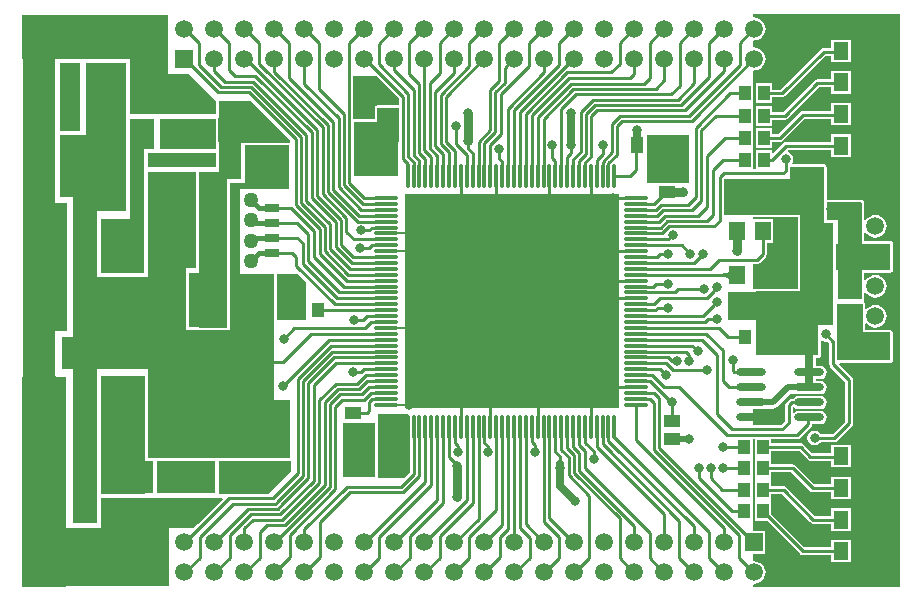
<source format=gtl>
G04*
G04 #@! TF.GenerationSoftware,Altium Limited,Altium Designer,20.0.13 (296)*
G04*
G04 Layer_Physical_Order=1*
G04 Layer_Color=255*
%FSLAX25Y25*%
%MOIN*%
G70*
G01*
G75*
%ADD12C,0.00787*%
%ADD13C,0.01000*%
%ADD15O,0.09843X0.02756*%
%ADD16R,0.05118X0.05906*%
%ADD17R,0.03937X0.05118*%
%ADD18R,0.05512X0.06299*%
%ADD19R,0.05000X0.03000*%
%ADD20R,0.03937X0.10630*%
%ADD21R,0.12992X0.10630*%
%ADD22R,0.04724X0.05512*%
%ADD23R,0.05512X0.04331*%
%ADD24R,0.04331X0.05512*%
%ADD25R,0.05118X0.03937*%
%ADD26O,0.01181X0.08268*%
%ADD27O,0.08268X0.01181*%
%ADD28R,0.16929X0.16929*%
%ADD48C,0.02000*%
%ADD49C,0.02500*%
%ADD50C,0.03000*%
%ADD51C,0.06000*%
%ADD52C,0.04000*%
%ADD53C,0.01500*%
%ADD54R,0.17700X0.09500*%
%ADD55R,0.08500X0.19000*%
%ADD56R,0.18200X0.09000*%
%ADD57R,0.08300X0.32300*%
%ADD58R,0.11800X0.05900*%
%ADD59R,0.11000X0.34200*%
%ADD60R,0.12600X0.95600*%
%ADD61R,0.14700X0.08470*%
%ADD62R,0.32410X0.09740*%
%ADD63R,0.13900X0.15900*%
%ADD64R,0.11100X0.18195*%
%ADD65R,0.33400X0.12100*%
%ADD66R,0.11300X0.16100*%
%ADD67R,0.06400X0.15400*%
%ADD68R,0.14522X0.70114*%
%ADD69R,0.11122X1.90748*%
%ADD70R,0.49122X0.19714*%
%ADD71R,0.07100X0.22500*%
%ADD72R,0.49022X0.14734*%
%ADD73R,0.15122X0.43100*%
%ADD74R,0.13700X0.49600*%
%ADD75R,0.15500X0.20900*%
%ADD76R,0.14300X0.18400*%
%ADD77R,0.04700X0.51800*%
%ADD78R,0.08100X0.10400*%
%ADD79R,0.16100X0.32300*%
%ADD80R,0.08100X0.57500*%
%ADD81R,0.08200X0.62100*%
%ADD82R,0.22700X0.29714*%
%ADD83R,0.14600X0.39200*%
%ADD84R,0.17400X0.11100*%
%ADD85R,0.37100X0.30700*%
%ADD86R,0.18900X0.10400*%
%ADD87R,0.15200X0.08200*%
%ADD88R,0.07800X0.25000*%
%ADD89R,0.22700X0.05100*%
%ADD90R,0.19500X0.11100*%
%ADD91R,0.12700X0.53000*%
%ADD92R,0.38700X0.42600*%
%ADD93R,0.14900X0.61500*%
%ADD94R,0.12600X0.18300*%
%ADD95R,0.09200X0.52100*%
%ADD96R,0.07700X0.09100*%
%ADD97R,0.03700X0.48200*%
%ADD98R,0.14900X0.14700*%
%ADD99R,0.10100X0.02100*%
%ADD100R,0.13100X0.33134*%
%ADD101R,0.08100X0.19600*%
%ADD102R,0.07900X0.52800*%
%ADD103R,0.20800X0.21240*%
%ADD104R,0.07087X0.07776*%
%ADD105R,0.13489X0.03051*%
%ADD106R,0.15158X0.18209*%
%ADD107R,0.07185X0.11221*%
%ADD108R,0.71653X0.71457*%
%ADD109C,0.05906*%
%ADD110R,0.05906X0.05906*%
%ADD111R,0.05906X0.05906*%
%ADD112C,0.03200*%
%ADD113C,0.05000*%
G36*
X293987Y1476D02*
X245079D01*
Y2128D01*
X245455Y2458D01*
X245472Y2455D01*
X246449Y2584D01*
X247359Y2960D01*
X248140Y3560D01*
X248739Y4341D01*
X249116Y5251D01*
X249245Y6228D01*
X249116Y7204D01*
X248739Y8114D01*
X248140Y8895D01*
X247359Y9495D01*
X246449Y9871D01*
X245472Y10000D01*
X245455Y9998D01*
X245079Y10327D01*
Y12487D01*
X249213D01*
Y19968D01*
X245079D01*
Y50656D01*
X245694D01*
Y44770D01*
X245694Y44744D01*
Y44270D01*
X245694Y44244D01*
Y37604D01*
X245694Y37577D01*
Y37104D01*
X245694Y37077D01*
Y30437D01*
X245694Y30411D01*
Y29937D01*
X245694Y29911D01*
Y23244D01*
X249940D01*
X260749Y12434D01*
X261175Y12150D01*
X261678Y12050D01*
X271013D01*
Y9550D01*
X277706D01*
Y17031D01*
X271013D01*
Y14675D01*
X262221D01*
X251205Y25691D01*
Y29911D01*
X251205Y29937D01*
Y30411D01*
X251205Y30437D01*
Y32445D01*
X254690D01*
X264219Y22915D01*
X264645Y22631D01*
X265147Y22531D01*
X271013D01*
Y20117D01*
X277706D01*
Y27597D01*
X271013D01*
Y25156D01*
X265691D01*
X256161Y34685D01*
X255736Y34970D01*
X255233Y35070D01*
X251205D01*
Y37077D01*
X251205Y37104D01*
Y37577D01*
X251205Y37604D01*
Y39611D01*
X257823D01*
X264038Y33396D01*
X264464Y33111D01*
X264967Y33011D01*
X271013D01*
Y30684D01*
X277706D01*
Y38164D01*
X271013D01*
Y35637D01*
X265510D01*
X259295Y41852D01*
X258869Y42137D01*
X258367Y42237D01*
X251205D01*
Y44244D01*
X251205Y44270D01*
Y44744D01*
X251205Y44770D01*
Y46778D01*
X260356D01*
X263258Y43877D01*
X263683Y43592D01*
X264186Y43492D01*
X271013D01*
Y41250D01*
X277706D01*
Y48731D01*
X271013D01*
Y46117D01*
X264729D01*
X261828Y49019D01*
X261402Y49303D01*
X260900Y49403D01*
X251205D01*
Y50656D01*
X259744D01*
X260246Y50756D01*
X260672Y51040D01*
X264302Y54670D01*
X264587Y55096D01*
X264687Y55598D01*
Y55683D01*
X267389D01*
X268234Y55851D01*
X268950Y56329D01*
X269429Y57046D01*
X269597Y57890D01*
X269429Y58735D01*
X268950Y59452D01*
X268234Y59930D01*
X267389Y60098D01*
X260302D01*
X259457Y59930D01*
X258801Y59491D01*
X258301Y59624D01*
Y61089D01*
X258544Y61221D01*
X258801Y61290D01*
X259457Y60851D01*
X260302Y60683D01*
X267389D01*
X268234Y60851D01*
X268950Y61329D01*
X269429Y62046D01*
X269597Y62890D01*
X269429Y63735D01*
X268950Y64452D01*
X268234Y64930D01*
X267389Y65098D01*
X260302D01*
X259457Y64930D01*
X258741Y64452D01*
X258575Y64203D01*
X257969D01*
X257467Y64103D01*
X257041Y63819D01*
X256060Y62838D01*
X255775Y62412D01*
X255676Y61910D01*
Y56744D01*
X254279Y55348D01*
X245079D01*
Y60683D01*
X248098D01*
X248753Y60813D01*
X251572D01*
X252367Y60971D01*
X253041Y61422D01*
X257432Y65813D01*
X259647D01*
X260302Y65683D01*
X267389D01*
X268234Y65851D01*
X268950Y66329D01*
X269429Y67046D01*
X269597Y67891D01*
X269429Y68735D01*
X268950Y69452D01*
X268234Y69930D01*
X267389Y70098D01*
X265923D01*
Y70683D01*
X267389D01*
X268234Y70851D01*
X268950Y71329D01*
X269429Y72046D01*
X269597Y72891D01*
X269429Y73735D01*
X268950Y74452D01*
X268234Y74930D01*
X267389Y75098D01*
X265923D01*
Y77788D01*
X266900D01*
X267207Y77849D01*
X267468Y78023D01*
X267642Y78283D01*
X267703Y78591D01*
Y83256D01*
X268144Y83492D01*
X268369Y83342D01*
X269300Y83156D01*
X269782Y83252D01*
X270487Y82547D01*
Y75691D01*
X270587Y75188D01*
X270872Y74762D01*
X275775Y69859D01*
Y56422D01*
X271656Y52303D01*
X267594D01*
X267321Y52712D01*
X266531Y53239D01*
X265600Y53425D01*
X264668Y53239D01*
X263879Y52712D01*
X263351Y51922D01*
X263166Y50991D01*
X263351Y50059D01*
X263879Y49269D01*
X264668Y48742D01*
X265600Y48556D01*
X266531Y48742D01*
X267321Y49269D01*
X267594Y49678D01*
X272200D01*
X272702Y49778D01*
X273128Y50062D01*
X278016Y54950D01*
X278300Y55376D01*
X278400Y55878D01*
Y70403D01*
X278300Y70906D01*
X278016Y71331D01*
X273821Y75526D01*
X274012Y75988D01*
X290800D01*
X291107Y76049D01*
X291368Y76223D01*
X291542Y76483D01*
X291603Y76790D01*
Y86291D01*
X291542Y86598D01*
X291368Y86858D01*
X291107Y87032D01*
X290800Y87093D01*
X282403D01*
Y89053D01*
X282903Y89222D01*
X283133Y88923D01*
X283914Y88323D01*
X284824Y87947D01*
X285800Y87818D01*
X286776Y87947D01*
X287686Y88323D01*
X288468Y88923D01*
X289067Y89704D01*
X289444Y90614D01*
X289572Y91590D01*
X289444Y92567D01*
X289067Y93477D01*
X288468Y94258D01*
X287686Y94858D01*
X286776Y95234D01*
X285800Y95363D01*
X284824Y95234D01*
X283914Y94858D01*
X283133Y94258D01*
X282903Y93959D01*
X282403Y94129D01*
Y95790D01*
X282342Y96098D01*
X282215Y96287D01*
X281987Y96689D01*
X282118Y96947D01*
X282142Y96983D01*
X282203Y97290D01*
Y99313D01*
X282703Y99483D01*
X283133Y98923D01*
X283914Y98324D01*
X284824Y97947D01*
X285800Y97818D01*
X286776Y97947D01*
X287686Y98324D01*
X288468Y98923D01*
X289067Y99704D01*
X289444Y100614D01*
X289572Y101591D01*
X289444Y102567D01*
X289067Y103477D01*
X288468Y104258D01*
X287686Y104858D01*
X286776Y105234D01*
X285800Y105363D01*
X284824Y105234D01*
X283914Y104858D01*
X283133Y104258D01*
X282703Y103698D01*
X282203Y103868D01*
Y106188D01*
X290900D01*
X291207Y106249D01*
X291468Y106423D01*
X291642Y106683D01*
X291703Y106991D01*
Y115991D01*
X291642Y116298D01*
X291468Y116558D01*
X291207Y116732D01*
X290900Y116793D01*
X282203D01*
Y119313D01*
X282703Y119483D01*
X283133Y118923D01*
X283914Y118324D01*
X284824Y117947D01*
X285800Y117818D01*
X286776Y117947D01*
X287686Y118324D01*
X288468Y118923D01*
X289067Y119704D01*
X289444Y120614D01*
X289572Y121591D01*
X289444Y122567D01*
X289067Y123477D01*
X288468Y124258D01*
X287686Y124858D01*
X286776Y125234D01*
X285800Y125363D01*
X284824Y125234D01*
X283914Y124858D01*
X283133Y124258D01*
X282703Y123698D01*
X282203Y123868D01*
Y129591D01*
X282142Y129898D01*
X281968Y130158D01*
X281707Y130332D01*
X281400Y130393D01*
X269603D01*
Y141491D01*
X269542Y141798D01*
X269368Y142058D01*
X269107Y142232D01*
X268800Y142293D01*
X258268D01*
X258032Y142734D01*
X258249Y143059D01*
X258434Y143991D01*
X258249Y144922D01*
X257721Y145712D01*
X256931Y146239D01*
X256797Y146266D01*
X256619Y146787D01*
X256841Y147064D01*
X271013D01*
Y144750D01*
X277706D01*
Y152231D01*
X271013D01*
Y149689D01*
X256086D01*
X255583Y149589D01*
X255157Y149304D01*
X251868Y146014D01*
X251406Y146206D01*
Y146937D01*
X245894D01*
Y140603D01*
X245106D01*
Y146937D01*
X245079D01*
Y147677D01*
X245106D01*
Y154370D01*
X245079D01*
Y155111D01*
X245106D01*
Y161804D01*
X245079D01*
Y162544D01*
X245106D01*
Y169237D01*
X245079D01*
Y173354D01*
X245455Y173683D01*
X245512Y173676D01*
X246488Y173804D01*
X247398Y174181D01*
X248179Y174780D01*
X248779Y175562D01*
X249156Y176472D01*
X249284Y177448D01*
X249156Y178424D01*
X248779Y179334D01*
X248179Y180115D01*
X247398Y180715D01*
X246488Y181092D01*
X245512Y181220D01*
X245455Y181213D01*
X245079Y181543D01*
Y183353D01*
X245455Y183683D01*
X245512Y183676D01*
X246488Y183804D01*
X247398Y184181D01*
X248179Y184781D01*
X248779Y185562D01*
X249156Y186472D01*
X249284Y187448D01*
X249156Y188424D01*
X248779Y189334D01*
X248179Y190115D01*
X247398Y190715D01*
X246488Y191092D01*
X245512Y191220D01*
X245455Y191213D01*
X245079Y191543D01*
Y192224D01*
X293987D01*
Y1476D01*
D02*
G37*
G36*
X66098Y163493D02*
X66097Y163491D01*
Y159091D01*
X37300D01*
Y172391D01*
X57200D01*
X66098Y163493D01*
D02*
G37*
G36*
X126969Y164266D02*
Y161925D01*
X119783D01*
X119476Y161864D01*
X119216Y161690D01*
X119042Y161429D01*
X118981Y161122D01*
Y157283D01*
X111813D01*
Y171850D01*
X119384D01*
X126969Y164266D01*
D02*
G37*
G36*
X82100Y158978D02*
X90600Y150491D01*
Y149493D01*
X75700D01*
X75686Y149491D01*
X66903D01*
Y157691D01*
X66900Y157705D01*
Y163491D01*
D01*
X77600D01*
X82100Y158978D01*
D02*
G37*
G36*
X260097Y122891D02*
Y100633D01*
X245079D01*
Y109065D01*
X246387D01*
X246890Y109165D01*
X247316Y109450D01*
X249275Y111409D01*
X249559Y111835D01*
X249659Y112337D01*
Y116037D01*
X251890D01*
Y123911D01*
X245079D01*
Y124588D01*
X260097D01*
Y122891D01*
D02*
G37*
G36*
X96200Y103134D02*
Y90290D01*
X86500D01*
Y105791D01*
X93544D01*
X96200Y103134D01*
D02*
G37*
G36*
X130545Y58555D02*
X130515Y58402D01*
Y51315D01*
X130607Y50851D01*
Y39554D01*
X128848Y37795D01*
X120203D01*
Y55990D01*
X120177Y56120D01*
Y59055D01*
X130171D01*
X130545Y58555D01*
D02*
G37*
G36*
X90900Y39891D02*
X83400Y32391D01*
X66900D01*
Y43488D01*
X90900D01*
Y39891D01*
D02*
G37*
G36*
X68282Y30729D02*
X59929Y22376D01*
X58400Y21191D01*
X27800D01*
Y31191D01*
X68090D01*
X68282Y30729D01*
D02*
G37*
%LPC*%
G36*
X277706Y183831D02*
X271013D01*
Y181081D01*
X268578D01*
X268076Y180981D01*
X267650Y180697D01*
X254156Y167203D01*
X251406D01*
Y169237D01*
X245894D01*
Y162544D01*
X251406D01*
Y164578D01*
X254700D01*
X255202Y164678D01*
X255628Y164962D01*
X269122Y178456D01*
X271013D01*
Y176350D01*
X277706D01*
Y183831D01*
D02*
G37*
G36*
Y173297D02*
X271013D01*
Y170617D01*
X266514D01*
X266012Y170517D01*
X265586Y170233D01*
X255123Y159770D01*
X251406D01*
Y161804D01*
X245894D01*
Y155111D01*
X251406D01*
Y157145D01*
X255667D01*
X256169Y157245D01*
X256595Y157529D01*
X267058Y167992D01*
X271013D01*
Y165817D01*
X277706D01*
Y173297D01*
D02*
G37*
G36*
Y162764D02*
X271013D01*
Y160153D01*
X261750D01*
X261247Y160053D01*
X260822Y159768D01*
X253390Y152337D01*
X251406D01*
Y154370D01*
X245894D01*
Y147677D01*
X251406D01*
Y149711D01*
X253933D01*
X254436Y149811D01*
X254861Y150096D01*
X262294Y157528D01*
X271013D01*
Y155284D01*
X277706D01*
Y162764D01*
D02*
G37*
%LPD*%
D12*
X122668Y62142D02*
X130449D01*
X122668Y87732D02*
X130358D01*
X122668Y113323D02*
X130368D01*
X122668Y119228D02*
X130362D01*
D13*
X234239Y105449D02*
X235301Y105553D01*
X236323Y105863D01*
X237265Y106367D01*
X238090Y107044D01*
X236653Y105449D02*
X237813Y105680D01*
X238797Y106337D01*
X238090Y103854D02*
X237265Y104531D01*
X236323Y105034D01*
X235301Y105344D01*
X234239Y105449D01*
X238797Y104561D02*
X237813Y105218D01*
X236653Y105449D01*
X238287Y73476D02*
Y77067D01*
X234941Y70079D02*
Y80217D01*
X228016Y83795D02*
X233154Y78658D01*
Y58961D02*
Y78658D01*
X238287Y73476D02*
X238873Y72891D01*
X206132Y83795D02*
X228016D01*
X233154Y58961D02*
X238079Y54035D01*
X229392Y85765D02*
X234941Y80217D01*
X206134Y85765D02*
X229392D01*
X234941Y70079D02*
X237129Y67891D01*
X244554D01*
X238873Y72891D02*
X244554D01*
X220495Y67891D02*
X236417Y51968D01*
X259744D02*
X263374Y55598D01*
X236417Y51968D02*
X259744D01*
X254823Y54035D02*
X256988Y56201D01*
X238079Y54035D02*
X254823D01*
X218441Y73622D02*
X229626D01*
X216142Y75921D02*
X218441Y73622D01*
X256988Y56201D02*
Y61910D01*
X257969Y62890D01*
X224866Y81827D02*
X226772Y79921D01*
X206132Y81827D02*
X224866D01*
X252247Y57890D02*
X252323Y57815D01*
X257969Y62890D02*
X263846D01*
X263374Y57419D02*
X263846Y57890D01*
X263374Y55598D02*
Y57419D01*
X206132Y87732D02*
X233626D01*
X236568Y84790D02*
X242250D01*
X233626Y87732D02*
X236568Y84790D01*
X215500Y67891D02*
X220495D01*
X271800Y75691D02*
X277087Y70403D01*
X271800Y75691D02*
Y83091D01*
X269300Y85590D02*
X271800Y83091D01*
X277087Y55878D02*
Y70403D01*
X146600Y46291D02*
Y48491D01*
X146000Y154391D02*
X146500Y154891D01*
X146900D02*
Y155291D01*
X272200Y50991D02*
X277087Y55878D01*
X146500Y154891D02*
X146900Y155291D01*
X146500Y154891D02*
X146900D01*
X146000D02*
X146500D01*
X81500Y76390D02*
X88400D01*
X100700Y22891D02*
X110800Y32991D01*
X100700Y11291D02*
Y22891D01*
X95500Y20591D02*
X109687Y34778D01*
X95500Y16091D02*
Y20591D01*
X264186Y44805D02*
X272260D01*
X260900Y48090D02*
X264186Y44805D01*
X248450Y48090D02*
X260900D01*
X147668Y130623D02*
Y138323D01*
X159479Y130612D02*
Y138323D01*
X177195Y130595D02*
Y138323D01*
X190975Y130616D02*
Y138323D01*
X198449Y131039D02*
X206132D01*
X198432Y113323D02*
X206132D01*
X198390Y103480D02*
X206132D01*
X198384Y97575D02*
X206132D01*
X198457Y68047D02*
X206132D01*
X190975Y54858D02*
Y62565D01*
X173258Y54858D02*
Y62549D01*
X157510Y54858D02*
Y62601D01*
X147668Y54858D02*
Y62558D01*
X92800Y108391D02*
Y111391D01*
X91517Y112674D02*
X92800Y111391D01*
X81579Y112674D02*
X91517D01*
X94900Y109191D02*
Y115891D01*
X93077Y117713D02*
X94900Y115891D01*
X81579Y117713D02*
X93077D01*
X94900Y109191D02*
X106516Y97575D01*
X96700Y109918D02*
Y119191D01*
X93138Y122753D02*
X96700Y119191D01*
X81579Y122753D02*
X93138D01*
X98800Y111391D02*
Y119891D01*
X90898Y127792D02*
X98800Y119891D01*
X81579Y127792D02*
X90898D01*
X92800Y108391D02*
X105584Y95606D01*
X122668D01*
X107075Y99543D02*
X122668D01*
X96700Y109918D02*
X107075Y99543D01*
X106516Y97575D02*
X122668D01*
X98800Y111391D02*
X108679Y101512D01*
X100587Y112503D02*
Y120726D01*
Y112503D02*
X109610Y103480D01*
X102375Y113243D02*
Y121466D01*
Y113243D02*
X110169Y105449D01*
X104162Y113984D02*
Y122206D01*
Y113984D02*
X110729Y107417D01*
X105950Y114724D02*
Y122947D01*
Y114724D02*
X111288Y109386D01*
X107737Y115465D02*
Y123687D01*
Y115465D02*
X111847Y111354D01*
X109524Y119866D02*
X112131Y117260D01*
X109524Y119866D02*
Y124427D01*
X108679Y101512D02*
X122668D01*
X109610Y103480D02*
X122668D01*
X110169Y105449D02*
X122668D01*
X110729Y107417D02*
X122668D01*
X111288Y109386D02*
X122668D01*
X111847Y111354D02*
X122668D01*
X113302Y123178D02*
X122655D01*
X113873Y125134D02*
X122668D01*
X114342Y127193D02*
X122577D01*
X235500Y16091D02*
Y21035D01*
X240469Y11122D02*
Y18594D01*
X210600Y10991D02*
X215500Y6091D01*
X200600Y10991D02*
X205500Y6091D01*
X185500D02*
X190500Y11091D01*
X175500Y6091D02*
X180500Y11091D01*
X165500Y6091D02*
X170600Y11191D01*
X155500Y6091D02*
X160700Y11291D01*
X145500Y6091D02*
X150500Y11091D01*
X135500Y6091D02*
X140600Y11191D01*
X125500Y6091D02*
X130600Y11191D01*
X65500Y6091D02*
X70600Y11191D01*
X55500Y6091D02*
X60600Y11191D01*
X115500Y6091D02*
X120500Y11091D01*
X95500Y6091D02*
X100700Y11291D01*
X85500Y6091D02*
X90700Y11291D01*
X80600Y11191D02*
Y19691D01*
X75500Y6091D02*
X80600Y11191D01*
X75500Y16091D02*
Y20890D01*
X120400Y182491D02*
X125500Y187591D01*
X240700Y182791D02*
X245500Y187591D01*
X230500Y182591D02*
X235500Y187591D01*
X220600Y182691D02*
X225500Y187591D01*
X210600Y182691D02*
X215500Y187591D01*
X200600Y182691D02*
X205500Y187591D01*
X180500Y182591D02*
X185500Y187591D01*
X170500Y182591D02*
X175500Y187591D01*
X150500Y182591D02*
X155500Y187591D01*
X130500Y182591D02*
X135500Y187591D01*
X85500D02*
X90500Y182591D01*
X75500Y187591D02*
X80400Y182691D01*
X65500Y187591D02*
X70500Y182591D01*
X55500Y187591D02*
X60500Y182591D01*
X240700Y175391D02*
Y182791D01*
X75500Y177591D02*
X75811D01*
X60500Y175291D02*
Y182591D01*
X55500Y177591D02*
X66800Y166291D01*
X60500Y175291D02*
X67713Y168078D01*
X80400Y175763D02*
Y182691D01*
X95500Y187591D02*
X100400Y182691D01*
X100050Y93638D02*
X122668D01*
X117906Y121197D02*
X122668D01*
X65500Y173291D02*
Y177591D01*
Y173291D02*
X68925Y169865D01*
X70500Y173691D02*
Y182591D01*
Y173691D02*
X72538Y171653D01*
X114200Y114291D02*
X116900D01*
X117901Y115291D01*
X122668D01*
X117000Y120291D02*
X117906Y121197D01*
X114300Y120291D02*
X117000D01*
X122577Y127193D02*
X122668Y127102D01*
X122655Y123178D02*
X122668Y123165D01*
X112131Y117260D02*
X122668D01*
X130500Y172291D02*
Y182591D01*
X150500Y175118D02*
Y182591D01*
X145500Y172646D02*
Y177591D01*
X173258Y138323D02*
X173349Y138413D01*
X204345Y177591D02*
X205500D01*
X184024D02*
X185500D01*
X167263Y138413D02*
X167353Y138323D01*
X179164D02*
Y143527D01*
X192943Y138323D02*
X192944Y138324D01*
X185069Y138323D02*
Y143960D01*
X187038Y138323D02*
Y143401D01*
X189006Y138323D02*
Y142841D01*
X183101Y138323D02*
Y144791D01*
X184300Y145991D01*
Y148591D01*
X194900Y145629D02*
Y148591D01*
X192944Y143673D02*
X194900Y145629D01*
X194912Y138323D02*
Y143113D01*
X192944Y138324D02*
Y143673D01*
X169238Y138406D02*
X169321Y138323D01*
X178200Y144491D02*
X179164Y143527D01*
X178200Y144491D02*
Y148591D01*
X237500Y165891D02*
X242350D01*
X232594Y158457D02*
X242350D01*
X240469Y11122D02*
X245500Y6091D01*
X165384Y16206D02*
X165500Y16091D01*
X196880Y138323D02*
Y142553D01*
X122577Y67957D02*
X122668Y68047D01*
X235500Y173391D02*
Y177591D01*
X230500Y171291D02*
Y182591D01*
X225500Y169391D02*
Y177591D01*
X210600Y171091D02*
Y182691D01*
X110500Y182591D02*
X115500Y187591D01*
X116087Y178178D02*
X116238Y178328D01*
X116087Y177003D02*
Y178178D01*
X189006Y142841D02*
X191157Y144992D01*
X187038Y143401D02*
X189369Y145732D01*
X185069Y143960D02*
X187582Y146472D01*
X206132Y95606D02*
X211916D01*
X212475Y93638D02*
X213328Y94490D01*
X206132Y93638D02*
X212475D01*
X206132Y91669D02*
X206198Y91603D01*
X187038Y54858D02*
X187128Y54768D01*
X185069Y54858D02*
X185160Y54768D01*
X183101Y54858D02*
X183191Y54768D01*
X181132Y54858D02*
X181223Y54768D01*
X189006Y54858D02*
X189097Y54768D01*
X143713Y54840D02*
X143731Y54858D01*
X143713Y44578D02*
Y54840D01*
Y44578D02*
X146700Y41591D01*
X165384Y16206D02*
Y54858D01*
X159479D02*
X159487Y54850D01*
X196880Y50110D02*
Y54858D01*
X192943Y48175D02*
Y54858D01*
X194912Y48879D02*
Y54858D01*
X220500Y11091D02*
X225500Y6091D01*
X220500Y11091D02*
Y23291D01*
X225500Y16091D02*
Y21091D01*
X225300Y21291D02*
X225500Y21091D01*
X225300Y21291D02*
Y21690D01*
X230500Y11091D02*
X235500Y6091D01*
X230500Y11091D02*
Y19590D01*
X198849Y51242D02*
Y54858D01*
X206132Y85764D02*
X206134Y85765D01*
X206132Y71984D02*
X211406D01*
X211916Y95606D02*
X213900Y97591D01*
X214200Y112391D02*
X216600D01*
X206132Y111354D02*
X213164D01*
X214200Y112391D01*
X213328Y94490D02*
X216600D01*
X216700D01*
X206132Y64110D02*
X210680D01*
X212100Y62691D01*
X206132Y66079D02*
X212112D01*
X206132Y70016D02*
X210775D01*
X223800Y76691D02*
Y78803D01*
X222745Y79858D02*
X223800Y78803D01*
X206132Y79858D02*
X222745D01*
X206132Y50403D02*
Y62142D01*
X212100Y46963D02*
Y62691D01*
X206132Y73953D02*
X214038D01*
X215400Y72591D01*
X240750Y26591D02*
X242150Y27991D01*
X240750Y33757D02*
X242150Y35157D01*
X235000Y40924D02*
X240750D01*
X242150Y42324D01*
X234833Y33757D02*
X240750D01*
X235200Y48090D02*
X242150D01*
X248450Y40924D02*
X258367D01*
X264967Y34324D01*
X272260D01*
X248450Y33757D02*
X255233D01*
X265147Y23843D01*
X272260D01*
X248450Y26591D02*
X261678Y13363D01*
X272260D01*
X206132Y99543D02*
X219053D01*
X220100Y100591D01*
X228600D01*
X213900Y97591D02*
X229700D01*
X206198Y91603D02*
X228313D01*
X232200Y95490D01*
X114992Y129071D02*
X122668D01*
X115551Y131039D02*
X122668D01*
X206132Y129071D02*
X212058D01*
X206132Y127102D02*
X212617D01*
X206132Y117260D02*
X216869D01*
X206132Y125134D02*
X213177D01*
X206132Y119228D02*
X214854D01*
X206132Y121197D02*
X214295D01*
X206132Y123165D02*
X213736D01*
X212617Y127102D02*
X214243Y128727D01*
X214854Y119228D02*
X217204Y121578D01*
X214295Y121197D02*
X216464Y123365D01*
X213736Y123165D02*
X215723Y125153D01*
X213177Y125134D02*
X214983Y126940D01*
X92626Y128687D02*
X100587Y120726D01*
X94413Y129427D02*
X102375Y121466D01*
X96201Y130168D02*
X104162Y122206D01*
X97988Y130908D02*
X105950Y122947D01*
X99776Y131648D02*
X107737Y123687D01*
X101563Y132389D02*
X109524Y124427D01*
X103350Y133129D02*
X113302Y123178D01*
X105138Y133870D02*
X113873Y125134D01*
X106925Y134610D02*
X114342Y127193D01*
X108713Y135350D02*
X114992Y129071D01*
X110500Y136091D02*
X115551Y131039D01*
X110500Y136091D02*
Y182591D01*
X181132Y138323D02*
Y160823D01*
X175500Y172885D02*
Y177591D01*
X180500Y175357D02*
Y182591D01*
X184024Y177591D02*
X184643Y176972D01*
X191157Y144992D02*
Y158247D01*
X189369Y145732D02*
Y158988D01*
X187582Y146472D02*
Y159728D01*
X196880Y142553D02*
X199800Y145473D01*
X203932Y138323D02*
X206132Y140523D01*
X198849Y138323D02*
X203932D01*
X215500Y170291D02*
Y177591D01*
X220600Y168491D02*
Y182691D01*
X194912Y143113D02*
X198013Y146213D01*
Y155831D01*
X199800Y145473D02*
Y155091D01*
X216869Y117260D02*
X218400Y118791D01*
X210600Y10991D02*
Y19274D01*
X205500Y16091D02*
Y21846D01*
X200600Y10991D02*
Y24218D01*
X188950Y40924D02*
X210600Y19274D01*
X187162Y40184D02*
X205500Y21846D01*
X185375Y39443D02*
X200600Y24218D01*
X183587Y38603D02*
X190500Y31691D01*
Y11091D02*
Y31691D01*
X231000Y37591D02*
X234833Y33757D01*
X231000Y37591D02*
Y40991D01*
X212112Y66079D02*
X213887Y64303D01*
X211406Y71984D02*
X215500Y67891D01*
X210775Y70016D02*
X218200Y62591D01*
X212100Y46963D02*
X240469Y18594D01*
X206132Y50403D02*
X235500Y21035D01*
X192943Y48175D02*
X215500Y25618D01*
Y16091D02*
Y25618D01*
X194912Y48879D02*
X220500Y23291D01*
X196880Y50110D02*
X225300Y21690D01*
X198849Y51242D02*
X230500Y19590D01*
X218200Y58643D02*
Y62591D01*
X191900Y44091D02*
Y46691D01*
X155542Y49349D02*
Y54858D01*
Y49349D02*
X156600Y48291D01*
Y46391D02*
Y48291D01*
X171290Y49701D02*
Y54858D01*
Y49701D02*
X172300Y48691D01*
Y46291D02*
Y48691D01*
X145699Y49391D02*
Y54858D01*
Y49391D02*
X146600Y48491D01*
X189097Y49494D02*
X191900Y46691D01*
X189097Y49494D02*
Y54768D01*
X179164Y46527D02*
Y54858D01*
Y46527D02*
X180700Y44991D01*
Y42391D02*
Y44991D01*
X181223Y46995D02*
Y54768D01*
X183191Y47555D02*
Y54768D01*
X185160Y48114D02*
Y54768D01*
X187128Y48673D02*
Y54768D01*
Y48673D02*
X188950Y46852D01*
X185160Y48114D02*
X187162Y46112D01*
X183191Y47555D02*
X185375Y45371D01*
X181223Y46995D02*
X183587Y44631D01*
Y38603D02*
Y44631D01*
X185375Y39443D02*
Y45371D01*
X187162Y40184D02*
Y46112D01*
X188950Y40924D02*
Y46852D01*
X206132Y105449D02*
X239685D01*
X206132Y101512D02*
X211721D01*
X212700Y102491D01*
X216600D01*
X160500Y144191D02*
Y147291D01*
Y144191D02*
X161447Y143243D01*
Y138323D02*
Y143243D01*
X112070Y90461D02*
X115070D01*
X116279Y91669D01*
X122668D01*
X115561Y87551D02*
X117710Y89701D01*
X122668D01*
X115362Y73953D02*
X122668D01*
X115921Y71984D02*
X122668D01*
X111800Y59343D02*
X116353D01*
X117000Y59991D01*
X248346Y112337D02*
Y119974D01*
X246387Y110378D02*
X248346Y112337D01*
X229700Y97591D02*
X232100Y99990D01*
X108713Y135350D02*
Y159078D01*
X106925Y134610D02*
Y157565D01*
X100400Y167391D02*
Y182691D01*
Y167391D02*
X108713Y159078D01*
X95500Y168991D02*
Y177591D01*
Y168991D02*
X106925Y157565D01*
X105138Y133870D02*
Y156453D01*
X103350Y133129D02*
Y155340D01*
X101563Y132389D02*
Y154600D01*
X99776Y131648D02*
Y153626D01*
X97988Y130908D02*
Y152886D01*
X72538Y171653D02*
X79221D01*
X96201Y130168D02*
Y152145D01*
X68925Y169865D02*
X78481D01*
X94413Y129427D02*
Y151405D01*
X67713Y168078D02*
X77740D01*
X90500Y171091D02*
Y182591D01*
Y171091D02*
X105138Y156453D01*
X85500Y173191D02*
Y177591D01*
Y173191D02*
X103350Y155340D01*
X80400Y175763D02*
X101563Y154600D01*
X75811Y177591D02*
X99776Y153626D01*
X79221Y171653D02*
X97988Y152886D01*
X78481Y169865D02*
X96201Y152145D01*
X77740Y168078D02*
X94413Y151405D01*
X92626Y128687D02*
Y150665D01*
X66800Y166291D02*
X77000D01*
X92626Y150665D01*
X75500Y20890D02*
X78450Y23841D01*
X80600Y19691D02*
X82963Y22054D01*
X100450Y63740D02*
X105900Y69191D01*
X102237Y63000D02*
X106628Y67391D01*
X104024Y62259D02*
X107343Y65578D01*
X105812Y61519D02*
X108083Y63791D01*
X105812Y33875D02*
Y61519D01*
X104024Y34615D02*
Y62259D01*
X102237Y35389D02*
Y63000D01*
X82963Y22054D02*
X88902D01*
X100450Y36129D02*
Y63740D01*
X78450Y23841D02*
X88161D01*
X90700Y11291D02*
Y18763D01*
X105812Y33875D01*
X85500Y16091D02*
X104024Y34615D01*
X88902Y22054D02*
X102237Y35389D01*
X88161Y23841D02*
X100450Y36129D01*
X87421Y25628D02*
X98662Y36869D01*
X86681Y27416D02*
X88188Y28923D01*
Y28973D01*
X96875Y37660D01*
X85940Y29203D02*
X86401Y29664D01*
Y29713D01*
X95087Y38400D01*
X85000Y30991D02*
X93300Y39291D01*
X105900Y69191D02*
X113128D01*
X106628Y67391D02*
X113856D01*
X107343Y65578D02*
X114571D01*
X108083Y63791D02*
X115311D01*
X118220Y64110D02*
X122668D01*
X117000Y62890D02*
X118220Y64110D01*
X117000Y59991D02*
Y62890D01*
X117599Y66079D02*
X122668D01*
X115311Y63791D02*
X117599Y66079D01*
X117040Y68047D02*
X122668D01*
X114571Y65578D02*
X117040Y68047D01*
X116481Y70016D02*
X122668D01*
X113856Y67391D02*
X116481Y70016D01*
X113128Y69191D02*
X115921Y71984D01*
X122611Y75978D02*
X122668Y75921D01*
X111800Y73090D02*
X114500D01*
X115362Y73953D01*
X170500Y175080D02*
Y182591D01*
X160500D02*
X165500Y187591D01*
X175227Y138323D02*
Y157445D01*
X173349Y138413D02*
Y158095D01*
X171290Y138323D02*
Y158564D01*
X169238Y138406D02*
Y159039D01*
X167263Y159592D02*
X184643Y176972D01*
X167263Y138413D02*
Y159592D01*
X165384Y160241D02*
X180500Y175357D01*
X165384Y138323D02*
Y160241D01*
X163416Y160801D02*
X175500Y172885D01*
X163416Y138323D02*
Y160801D01*
X162287Y174378D02*
X165500Y177591D01*
X161000Y165580D02*
X170500Y175080D01*
X159213Y166321D02*
X162287Y169395D01*
Y174378D01*
X157425Y167061D02*
X160500Y170136D01*
Y182591D01*
X130500Y172291D02*
X133713Y169078D01*
X140700Y172791D02*
Y182791D01*
X145500Y187591D01*
X140900Y165518D02*
X150500Y175118D01*
X139113Y166259D02*
X145500Y172646D01*
X137300Y169391D02*
X140700Y172791D01*
X125500Y173591D02*
Y177591D01*
X120400Y175591D02*
Y182491D01*
X125500Y173591D02*
X131925Y167165D01*
X150200Y147391D02*
Y150091D01*
Y147391D02*
X151605Y145986D01*
Y138323D02*
Y145986D01*
X157425Y153716D02*
Y167061D01*
X159213Y152975D02*
Y166321D01*
X161000Y152235D02*
Y165580D01*
X157510Y138323D02*
Y148745D01*
X161000Y152235D01*
X155542Y138323D02*
Y149304D01*
X159213Y152975D01*
X153573Y138323D02*
Y149864D01*
X157425Y153716D01*
X116087Y177003D02*
X128350Y164740D01*
X120400Y175591D02*
X130138Y165853D01*
X128350Y143940D02*
Y164740D01*
Y143940D02*
X129951Y142339D01*
Y138323D02*
Y142339D01*
X137300Y147629D02*
Y169391D01*
X139113Y148345D02*
Y166259D01*
X140900Y149085D02*
Y165518D01*
X146000Y149040D02*
Y154391D01*
X130138Y144681D02*
Y165853D01*
X131925Y145421D02*
Y167165D01*
X133713Y146161D02*
Y169078D01*
X135500Y146902D02*
Y177591D01*
X146000Y149040D02*
X149636Y145404D01*
X142700Y149813D02*
X145699Y146813D01*
X140900Y149085D02*
X143731Y146254D01*
X139113Y148345D02*
X141762Y145695D01*
X137300Y147629D02*
X139794Y145136D01*
X135500Y146902D02*
X137825Y144576D01*
X133713Y146161D02*
X135857Y144017D01*
X131925Y145421D02*
X133888Y143458D01*
X130138Y144681D02*
X131920Y142899D01*
Y138323D02*
Y142899D01*
X133888Y138323D02*
Y143458D01*
X135857Y138323D02*
Y144017D01*
X137825Y138323D02*
Y144576D01*
X139794Y138323D02*
Y145136D01*
X141762Y138323D02*
Y145695D01*
X143731Y138323D02*
Y146254D01*
X145699Y138323D02*
Y146813D01*
X149636Y138323D02*
Y145404D01*
X205500Y172491D02*
Y177591D01*
X206132Y140523D02*
Y148690D01*
X265600Y50991D02*
X272200D01*
X217204Y121578D02*
X232187D01*
X234100Y123491D01*
X231800Y140491D02*
X234900Y143591D01*
X242350D01*
X216464Y123365D02*
X229775D01*
X231800Y125391D01*
Y140491D01*
X229800Y144991D02*
X235833Y151024D01*
X242350D01*
X215723Y125153D02*
X226762D01*
X229800Y128191D01*
Y144991D01*
X214983Y126940D02*
X224750D01*
X226000Y154391D02*
X237500Y165891D01*
X227787Y153650D02*
X232594Y158457D01*
X227787Y129978D02*
Y153650D01*
X224750Y126940D02*
X227787Y129978D01*
X214243Y128727D02*
X223337D01*
X226000Y131391D01*
Y154391D01*
X248650Y165891D02*
X254700D01*
X268578Y179769D01*
X274260D01*
X248650Y158457D02*
X255667D01*
X266514Y169304D01*
X274260D01*
X212058Y129071D02*
X216500Y133513D01*
X234100Y123491D02*
Y138091D01*
X235300Y139291D01*
X248650Y151024D02*
X253933D01*
X261750Y158840D01*
X274260D01*
X235300Y139291D02*
X255100D01*
X256000Y140191D01*
Y144091D01*
X248650Y143591D02*
X251300D01*
X256086Y148376D01*
X274260D01*
X206132Y77890D02*
X216701D01*
X217900Y76691D01*
X219800D01*
X206132Y75921D02*
X216142D01*
X206132Y89701D02*
X229110D01*
X230100Y90690D01*
X233100D01*
X206132Y107417D02*
X230627D01*
X233587Y110378D01*
X246387D01*
X225495Y109386D02*
X228500Y112391D01*
X206132Y109386D02*
X225495D01*
X206132Y115291D02*
X221299D01*
X224200Y112391D01*
X88400Y68490D02*
X103705Y83795D01*
X122668D01*
X93300Y39291D02*
Y70863D01*
X104264Y81827D01*
X122668D01*
X95087Y38400D02*
Y70122D01*
X104823Y79858D01*
X122668D01*
X96875Y37660D02*
Y69382D01*
X105383Y77890D01*
X122668D01*
X98662Y36869D02*
Y68642D01*
X105998Y75978D01*
X122611D01*
X88400Y76390D02*
X97773Y85764D01*
X122668D01*
X88700Y84190D02*
X92061Y87551D01*
X115561D01*
X109687Y34778D02*
X127687D01*
X131920Y39010D01*
Y54858D01*
X110800Y32991D02*
X128428D01*
X133888Y38451D01*
Y54858D01*
X115500Y16091D02*
X135857Y36447D01*
Y54858D01*
X120500Y11091D02*
Y18027D01*
X137825Y35352D01*
Y54858D01*
X130600Y11191D02*
Y18284D01*
X141762Y29447D01*
Y54858D01*
X140600Y11191D02*
Y18245D01*
X151605Y29250D01*
Y54858D01*
X135500Y16091D02*
X149636Y30227D01*
Y54858D01*
X125500Y16091D02*
X139794Y30384D01*
Y54858D01*
X145500Y16091D02*
X153573Y24164D01*
Y54858D01*
X150500Y11091D02*
Y18105D01*
X159487Y27093D01*
Y54850D01*
X155500Y16091D02*
X161447Y22038D01*
Y54858D01*
X160700Y11291D02*
Y18069D01*
X163416Y20785D01*
Y54858D01*
X167353Y21021D02*
Y54858D01*
Y21021D02*
X170600Y17773D01*
Y11191D02*
Y17773D01*
X169321Y22269D02*
Y54858D01*
Y22269D02*
X175500Y16091D01*
X175227Y23186D02*
Y54858D01*
Y23186D02*
X180500Y17913D01*
Y11091D02*
Y17913D01*
X177195Y24395D02*
Y54858D01*
Y24395D02*
X185500Y16091D01*
X227000Y37591D02*
Y40991D01*
Y37591D02*
X238000Y26591D01*
X240750D01*
X213887Y47703D02*
Y64303D01*
Y47703D02*
X245500Y16091D01*
X55500D02*
X70400Y30991D01*
X85000D01*
X60600Y11191D02*
Y18166D01*
X71637Y29203D01*
X85940D01*
X65500Y16091D02*
X76825Y27416D01*
X86681D01*
X70600Y11191D02*
Y18663D01*
X77566Y25628D01*
X87421D01*
X142700Y149813D02*
Y164791D01*
X155500Y177591D01*
X171290Y158564D02*
X183678Y170952D01*
X203961D01*
X205500Y172491D01*
X173349Y158095D02*
X184418Y169165D01*
X175227Y157445D02*
X185159Y167377D01*
X181132Y160823D02*
X185899Y165590D01*
X187582Y159728D02*
X191656Y163802D01*
X189369Y158988D02*
X192397Y162015D01*
X191157Y158247D02*
X193137Y160228D01*
X198013Y155831D02*
X200622Y158440D01*
X199800Y155091D02*
X201362Y156653D01*
X224562D01*
X200622Y158440D02*
X223750D01*
X193137Y160228D02*
X222337D01*
X192397Y162015D02*
X221224D01*
X191656Y163802D02*
X219912D01*
X185899Y165590D02*
X217699D01*
X185159Y167377D02*
X212587D01*
X184418Y169165D02*
X208674D01*
X210600Y171091D01*
X212587Y167377D02*
X215500Y170291D01*
X217699Y165590D02*
X220600Y168491D01*
X219912Y163802D02*
X225500Y169391D01*
X221224Y162015D02*
X230500Y171291D01*
X222337Y160228D02*
X235500Y173391D01*
X223750Y158440D02*
X240700Y175391D01*
X224562Y156653D02*
X245500Y177591D01*
X169238Y159039D02*
X183217Y173019D01*
X197835D01*
X200600Y175784D01*
Y182691D01*
D15*
X263846Y57890D02*
D03*
Y62890D02*
D03*
Y67891D02*
D03*
Y72891D02*
D03*
X244554Y57890D02*
D03*
Y62890D02*
D03*
Y67891D02*
D03*
Y72891D02*
D03*
D16*
X274360Y23857D02*
D03*
X281840D02*
D03*
X274360Y159024D02*
D03*
X281840D02*
D03*
X274360Y148491D02*
D03*
X281840D02*
D03*
X274360Y44991D02*
D03*
X281840D02*
D03*
X274360Y34424D02*
D03*
X281840D02*
D03*
X274360Y169557D02*
D03*
X281840D02*
D03*
X274360Y180090D02*
D03*
X281840D02*
D03*
X17560Y171691D02*
D03*
X25040D02*
D03*
X274360Y13291D02*
D03*
X281840D02*
D03*
D17*
X248450Y48090D02*
D03*
X242150D02*
D03*
X248450Y40924D02*
D03*
X242150D02*
D03*
Y33757D02*
D03*
X248450D02*
D03*
X242150Y26591D02*
D03*
X248450D02*
D03*
X10150Y156591D02*
D03*
X16450D02*
D03*
X93750Y93590D02*
D03*
X100050D02*
D03*
X242350Y165891D02*
D03*
X248650D02*
D03*
X242350Y158457D02*
D03*
X248650D02*
D03*
Y151024D02*
D03*
X242350D02*
D03*
X248650Y143591D02*
D03*
X242350D02*
D03*
X248550Y84790D02*
D03*
X242250D02*
D03*
D18*
X248461Y130104D02*
D03*
X239685Y130210D02*
D03*
X248346Y119974D02*
D03*
X239685D02*
D03*
X248346Y105449D02*
D03*
X239685D02*
D03*
X248346Y95213D02*
D03*
X239571Y95319D02*
D03*
D19*
X84579Y127792D02*
D03*
Y122753D02*
D03*
Y117713D02*
D03*
Y112674D02*
D03*
X54579Y112674D02*
D03*
Y117713D02*
D03*
Y122753D02*
D03*
Y127792D02*
D03*
D20*
X11945Y113913D02*
D03*
X21000D02*
D03*
X30055D02*
D03*
X11945Y56039D02*
D03*
X21000D02*
D03*
X30055D02*
D03*
D21*
X21000Y137142D02*
D03*
Y79268D02*
D03*
D22*
X63350Y152823D02*
D03*
X69650D02*
D03*
X63350Y40291D02*
D03*
X69650D02*
D03*
D23*
X78500Y46943D02*
D03*
Y41038D02*
D03*
X78800Y146238D02*
D03*
Y152143D02*
D03*
X256600Y97272D02*
D03*
Y103177D02*
D03*
X256600Y127939D02*
D03*
Y122033D02*
D03*
X216500Y138843D02*
D03*
Y132938D02*
D03*
X111800Y53438D02*
D03*
Y59343D02*
D03*
X218200Y56743D02*
D03*
Y50838D02*
D03*
D24*
X40047Y62090D02*
D03*
X45953D02*
D03*
X40047Y55190D02*
D03*
X45953D02*
D03*
X39747Y120090D02*
D03*
X45653D02*
D03*
X39720Y113159D02*
D03*
X45626D02*
D03*
X122653Y45391D02*
D03*
X116747D02*
D03*
X206350Y148690D02*
D03*
X212255D02*
D03*
D25*
X276300Y99740D02*
D03*
Y93441D02*
D03*
D26*
X198849Y54858D02*
D03*
X196880D02*
D03*
X194912D02*
D03*
X192943D02*
D03*
X190975D02*
D03*
X189006D02*
D03*
X187038D02*
D03*
X185069D02*
D03*
X183101D02*
D03*
X181132D02*
D03*
X179164D02*
D03*
X177195D02*
D03*
X175227D02*
D03*
X173258D02*
D03*
X171290D02*
D03*
X169321D02*
D03*
X167353D02*
D03*
X165384D02*
D03*
X163416D02*
D03*
X161447D02*
D03*
X159479D02*
D03*
X157510D02*
D03*
X155542D02*
D03*
X153573D02*
D03*
X151605D02*
D03*
X149636D02*
D03*
X147668D02*
D03*
X145699D02*
D03*
X143731D02*
D03*
X141762D02*
D03*
X139794D02*
D03*
X137825D02*
D03*
X135857D02*
D03*
X133888D02*
D03*
X131920D02*
D03*
X129951D02*
D03*
Y138323D02*
D03*
X131920D02*
D03*
X133888D02*
D03*
X135857D02*
D03*
X137825D02*
D03*
X139794D02*
D03*
X141762D02*
D03*
X143731D02*
D03*
X145699D02*
D03*
X147668D02*
D03*
X149636D02*
D03*
X151605D02*
D03*
X153573D02*
D03*
X155542D02*
D03*
X157510D02*
D03*
X159479D02*
D03*
X161447D02*
D03*
X163416D02*
D03*
X165384D02*
D03*
X167353D02*
D03*
X169321D02*
D03*
X171290D02*
D03*
X173258D02*
D03*
X175227D02*
D03*
X177195D02*
D03*
X179164D02*
D03*
X181132D02*
D03*
X183101D02*
D03*
X185069D02*
D03*
X187038D02*
D03*
X189006D02*
D03*
X190975D02*
D03*
X192943D02*
D03*
X194912D02*
D03*
X196880D02*
D03*
X198849D02*
D03*
D27*
X122668Y62142D02*
D03*
Y64110D02*
D03*
Y66079D02*
D03*
Y68047D02*
D03*
Y70016D02*
D03*
Y71984D02*
D03*
Y73953D02*
D03*
Y75921D02*
D03*
Y77890D02*
D03*
Y79858D02*
D03*
Y81827D02*
D03*
Y83795D02*
D03*
Y85764D02*
D03*
Y87732D02*
D03*
Y89701D02*
D03*
Y91669D02*
D03*
Y93638D02*
D03*
Y95606D02*
D03*
Y97575D02*
D03*
Y99543D02*
D03*
Y101512D02*
D03*
Y103480D02*
D03*
Y105449D02*
D03*
Y107417D02*
D03*
Y109386D02*
D03*
Y111354D02*
D03*
Y113323D02*
D03*
Y115291D02*
D03*
Y117260D02*
D03*
Y119228D02*
D03*
Y121197D02*
D03*
Y123165D02*
D03*
Y125134D02*
D03*
Y127102D02*
D03*
Y129071D02*
D03*
Y131039D02*
D03*
X206132D02*
D03*
Y129071D02*
D03*
Y127102D02*
D03*
Y125134D02*
D03*
Y123165D02*
D03*
Y121197D02*
D03*
Y119228D02*
D03*
Y117260D02*
D03*
Y115291D02*
D03*
Y113323D02*
D03*
Y111354D02*
D03*
Y109386D02*
D03*
Y107417D02*
D03*
Y105449D02*
D03*
Y103480D02*
D03*
Y101512D02*
D03*
Y99543D02*
D03*
Y97575D02*
D03*
Y95606D02*
D03*
Y93638D02*
D03*
Y91669D02*
D03*
Y89701D02*
D03*
Y87732D02*
D03*
Y85764D02*
D03*
Y83795D02*
D03*
Y81827D02*
D03*
Y79858D02*
D03*
Y77890D02*
D03*
Y75921D02*
D03*
Y73953D02*
D03*
Y71984D02*
D03*
Y70016D02*
D03*
Y68047D02*
D03*
Y66079D02*
D03*
Y64110D02*
D03*
Y62142D02*
D03*
D28*
X164400Y96591D02*
D03*
D48*
X244554Y62890D02*
X251572D01*
X256572Y67891D02*
X263846D01*
X251572Y62890D02*
X256572Y67891D01*
X272211Y69127D02*
X272441Y68898D01*
X272211Y69127D02*
Y69879D01*
X218200Y50838D02*
X223753D01*
D49*
X244554Y57890D02*
X252247D01*
X263846Y72891D02*
Y80052D01*
Y67891D02*
Y72891D01*
X184300Y148591D02*
Y159491D01*
X180700Y35191D02*
Y42391D01*
Y35191D02*
X185700Y30191D01*
X256600Y95213D02*
Y97272D01*
X88400Y102391D02*
X88450Y102340D01*
X206350Y148690D02*
Y153641D01*
D50*
X279740Y23843D02*
Y44805D01*
Y5431D02*
Y23843D01*
X281740Y148376D02*
Y187231D01*
X146300Y31291D02*
Y41591D01*
X69650Y152823D02*
X78780D01*
X69650Y40291D02*
X78447D01*
X69650Y152823D02*
X71187Y151285D01*
X275600Y108491D02*
X278700Y111591D01*
X239685Y113376D02*
Y119974D01*
X69650Y152823D02*
X70000Y153173D01*
Y159391D01*
X122668Y44591D02*
X123168Y44091D01*
X122600Y40191D02*
Y44523D01*
X122668Y44591D01*
X150200Y150091D02*
Y159491D01*
X216500Y132938D02*
X221653D01*
D51*
X248461Y130104D02*
X261287D01*
D52*
X45953Y62090D02*
X45953Y62090D01*
X45953Y55190D02*
Y62090D01*
X40047D02*
X40047Y62090D01*
X40047Y55190D02*
Y62090D01*
X50953Y152823D02*
X63350D01*
X50953Y40330D02*
X63310D01*
X54579Y112674D02*
Y117713D01*
Y122753D01*
Y127792D01*
X11945Y56039D02*
Y69446D01*
X5300Y76091D02*
X11945Y69446D01*
D53*
X80498Y127792D02*
X84579D01*
X80383Y112674D02*
X84579D01*
X77800Y110091D02*
X80383Y112674D01*
X77800Y130491D02*
X80498Y127792D01*
X77800Y123591D02*
X78638Y122753D01*
X84579D01*
X77800Y116790D02*
X78723Y117713D01*
X84579D01*
D54*
X281950Y81541D02*
D03*
D55*
X277350Y86291D02*
D03*
D56*
X281800Y111491D02*
D03*
D57*
X277250Y113441D02*
D03*
D58*
X275500Y126641D02*
D03*
D59*
X266400Y105791D02*
D03*
D60*
X49700Y92090D02*
D03*
D61*
X252450Y104856D02*
D03*
D62*
X252595Y94961D02*
D03*
D63*
X216650Y144141D02*
D03*
D64*
X113850Y46893D02*
D03*
D65*
X252100Y131441D02*
D03*
D66*
X263150Y133441D02*
D03*
D67*
X256600Y116791D02*
D03*
D68*
X8639Y36533D02*
D03*
D69*
X6939Y96850D02*
D03*
D70*
X25939Y11333D02*
D03*
D71*
X17450Y164841D02*
D03*
D72*
X25889Y184857D02*
D03*
D73*
X8939Y108041D02*
D03*
D74*
X29350Y151291D02*
D03*
D75*
X21650Y141741D02*
D03*
D76*
X34650Y115091D02*
D03*
D77*
X39650Y131791D02*
D03*
D78*
X41350Y152491D02*
D03*
D79*
X51450Y123741D02*
D03*
D80*
X22350Y102641D02*
D03*
D81*
X22300Y53540D02*
D03*
D82*
X39150Y16333D02*
D03*
D83*
X35000Y51990D02*
D03*
D84*
X36400Y37941D02*
D03*
D85*
X36850Y89240D02*
D03*
D86*
X56650Y152491D02*
D03*
D87*
X74500Y153591D02*
D03*
D88*
X70800Y150991D02*
D03*
D89*
X54750Y143541D02*
D03*
D90*
X56150Y37941D02*
D03*
D91*
X49650Y78091D02*
D03*
D92*
X62650Y65591D02*
D03*
D93*
X78050Y75041D02*
D03*
D94*
X63400Y96940D02*
D03*
D95*
X65000Y113841D02*
D03*
D96*
X70850Y141541D02*
D03*
D97*
X72450Y111991D02*
D03*
D98*
X83150Y141341D02*
D03*
D99*
X77150Y135041D02*
D03*
D100*
X43850Y175657D02*
D03*
D101*
X86850Y54090D02*
D03*
D102*
X264850Y115091D02*
D03*
D103*
X256500Y89211D02*
D03*
D104*
X115354Y161171D02*
D03*
D105*
X118555Y163533D02*
D03*
D106*
X119390Y147293D02*
D03*
D107*
X123376Y155512D02*
D03*
D108*
X164665Y96555D02*
D03*
D109*
X245512Y187448D02*
D03*
Y177448D02*
D03*
X235512Y187448D02*
D03*
Y177448D02*
D03*
X225512Y187448D02*
D03*
Y177448D02*
D03*
X215512Y187448D02*
D03*
Y177448D02*
D03*
X205512Y187448D02*
D03*
Y177448D02*
D03*
X195512Y187448D02*
D03*
Y177448D02*
D03*
X185512Y187448D02*
D03*
Y177448D02*
D03*
X175512Y187448D02*
D03*
Y177448D02*
D03*
X165512Y187448D02*
D03*
Y177448D02*
D03*
X155512Y187448D02*
D03*
Y177448D02*
D03*
X145512Y187448D02*
D03*
Y177448D02*
D03*
X135512Y187448D02*
D03*
Y177448D02*
D03*
X125512Y187448D02*
D03*
Y177448D02*
D03*
X115512Y187448D02*
D03*
Y177448D02*
D03*
X105512Y187448D02*
D03*
Y177448D02*
D03*
X95512Y187448D02*
D03*
Y177448D02*
D03*
X85512Y187448D02*
D03*
Y177448D02*
D03*
X75512Y187448D02*
D03*
Y177448D02*
D03*
X65512Y187448D02*
D03*
Y177448D02*
D03*
X55512Y187448D02*
D03*
X40953Y152823D02*
D03*
X285800Y121591D02*
D03*
Y111591D02*
D03*
Y101591D02*
D03*
Y91590D02*
D03*
Y81590D02*
D03*
X40953Y40330D02*
D03*
X11600Y27491D02*
D03*
X55472Y6228D02*
D03*
Y16228D02*
D03*
X65472Y6228D02*
D03*
Y16228D02*
D03*
X75472Y6228D02*
D03*
Y16228D02*
D03*
X85472Y6228D02*
D03*
Y16228D02*
D03*
X95472Y6228D02*
D03*
Y16228D02*
D03*
X105472Y6228D02*
D03*
Y16228D02*
D03*
X115472Y6228D02*
D03*
Y16228D02*
D03*
X125472Y6228D02*
D03*
Y16228D02*
D03*
X135472Y6228D02*
D03*
Y16228D02*
D03*
X145472Y6228D02*
D03*
Y16228D02*
D03*
X155472Y6228D02*
D03*
Y16228D02*
D03*
X165472Y6228D02*
D03*
Y16228D02*
D03*
X175472Y6228D02*
D03*
Y16228D02*
D03*
X185472Y6228D02*
D03*
Y16228D02*
D03*
X195472Y6228D02*
D03*
Y16228D02*
D03*
X205472Y6228D02*
D03*
Y16228D02*
D03*
X215472Y6228D02*
D03*
Y16228D02*
D03*
X225472Y6228D02*
D03*
Y16228D02*
D03*
X235472Y6228D02*
D03*
Y16228D02*
D03*
X245472Y6228D02*
D03*
D110*
X55512Y177448D02*
D03*
X50953Y152823D02*
D03*
X50953Y40330D02*
D03*
X21600Y27491D02*
D03*
X245472Y16228D02*
D03*
D111*
X285800Y71591D02*
D03*
D112*
X159695Y101083D02*
D03*
X164370D02*
D03*
X169045D02*
D03*
Y96653D02*
D03*
X164370D02*
D03*
X159695D02*
D03*
Y92224D02*
D03*
X164370D02*
D03*
X169045D02*
D03*
X238287Y77067D02*
D03*
X229626Y73622D02*
D03*
X226772Y79921D02*
D03*
X252323Y57815D02*
D03*
X81500Y76390D02*
D03*
X130449Y62142D02*
D03*
X130358Y87732D02*
D03*
X130368Y113323D02*
D03*
X130362Y119228D02*
D03*
X147668Y130623D02*
D03*
X159479Y130612D02*
D03*
X177195Y130595D02*
D03*
X190975Y130616D02*
D03*
X198449Y131039D02*
D03*
X198432Y113323D02*
D03*
X198390Y103480D02*
D03*
X198384Y97575D02*
D03*
X198457Y68047D02*
D03*
X190975Y62565D02*
D03*
X173258Y62549D02*
D03*
X157510Y62601D02*
D03*
X147668Y62558D02*
D03*
X279740Y5431D02*
D03*
X281740Y187231D02*
D03*
X85100Y48791D02*
D03*
Y52390D02*
D03*
X49800Y27591D02*
D03*
Y24390D02*
D03*
X53400D02*
D03*
Y27591D02*
D03*
X146300Y31291D02*
D03*
X180700Y40991D02*
D03*
X114200Y114291D02*
D03*
X114300Y120291D02*
D03*
X228600Y100591D02*
D03*
X216600Y94490D02*
D03*
X112070Y90461D02*
D03*
X146700Y46291D02*
D03*
X156600D02*
D03*
X172300D02*
D03*
X216600Y112391D02*
D03*
Y102491D02*
D03*
X219800Y76691D02*
D03*
X223800D02*
D03*
X231000Y40991D02*
D03*
X235000D02*
D03*
X227000D02*
D03*
X216000Y71890D02*
D03*
X235200Y48090D02*
D03*
X52900Y164891D02*
D03*
X111800Y59290D02*
D03*
X184300Y148591D02*
D03*
X178200D02*
D03*
X160500Y147291D02*
D03*
X51236Y143591D02*
D03*
X218400Y118691D02*
D03*
X146300Y41591D02*
D03*
X125300Y163591D02*
D03*
X184300Y159491D02*
D03*
X194900Y148591D02*
D03*
X185700Y30191D02*
D03*
X191900Y44091D02*
D03*
X239600Y113291D02*
D03*
X267100Y139191D02*
D03*
X263200D02*
D03*
X259200D02*
D03*
X256600Y113291D02*
D03*
X233100Y90690D02*
D03*
Y96491D02*
D03*
Y101291D02*
D03*
X70000Y159278D02*
D03*
X46000Y143591D02*
D03*
X88400Y102391D02*
D03*
Y52390D02*
D03*
Y48791D02*
D03*
X122600Y40191D02*
D03*
X111800Y73090D02*
D03*
X52900Y168091D02*
D03*
X49300Y164891D02*
D03*
Y168091D02*
D03*
X64400Y143591D02*
D03*
X113700Y152791D02*
D03*
Y159278D02*
D03*
X150200Y150091D02*
D03*
X125300Y159491D02*
D03*
X146000Y154891D02*
D03*
X150200Y159491D02*
D03*
X84600Y40191D02*
D03*
X111100Y44891D02*
D03*
X206300Y153691D02*
D03*
X265600Y50991D02*
D03*
X269300Y85590D02*
D03*
X221100Y148591D02*
D03*
X256000Y143991D02*
D03*
X221700Y132891D02*
D03*
X223753Y50838D02*
D03*
X218200Y62990D02*
D03*
X271200Y127291D02*
D03*
X228500Y112391D02*
D03*
X224200D02*
D03*
X59600Y91190D02*
D03*
X63350D02*
D03*
X67100D02*
D03*
X88400Y68490D02*
D03*
X88700Y84190D02*
D03*
D113*
X77800Y110091D02*
D03*
Y116790D02*
D03*
Y123591D02*
D03*
Y130491D02*
D03*
M02*

</source>
